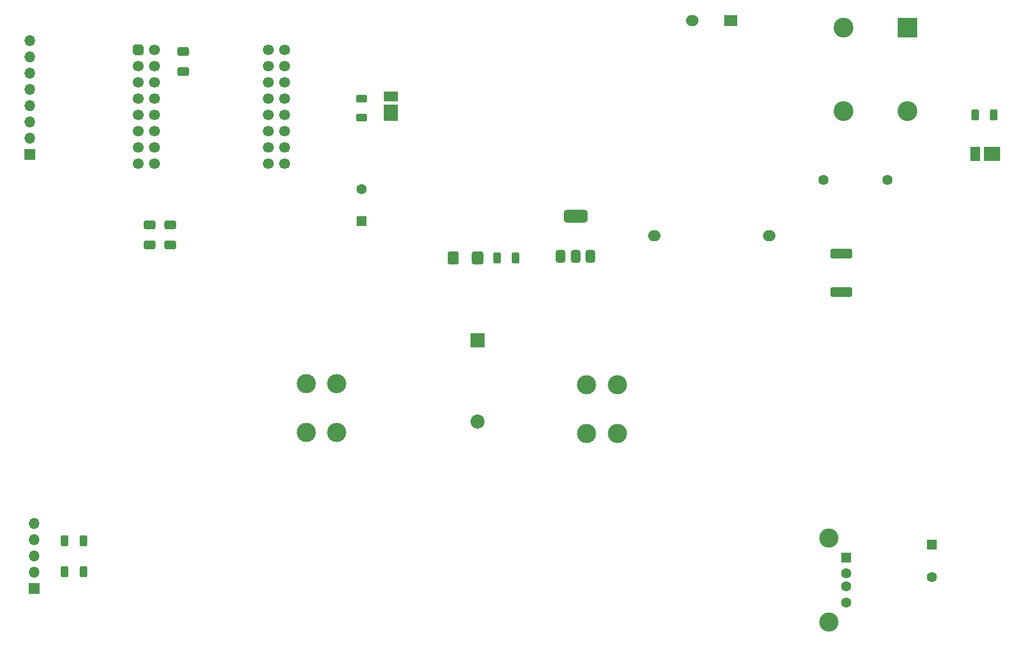
<source format=gts>
%TF.GenerationSoftware,KiCad,Pcbnew,9.0.4*%
%TF.CreationDate,2025-12-11T10:44:19+01:00*%
%TF.ProjectId,pvmeter,70766d65-7465-4722-9e6b-696361645f70,1.4*%
%TF.SameCoordinates,Original*%
%TF.FileFunction,Soldermask,Top*%
%TF.FilePolarity,Negative*%
%FSLAX46Y46*%
G04 Gerber Fmt 4.6, Leading zero omitted, Abs format (unit mm)*
G04 Created by KiCad (PCBNEW 9.0.4) date 2025-12-11 10:44:19*
%MOMM*%
%LPD*%
G01*
G04 APERTURE LIST*
G04 Aperture macros list*
%AMRoundRect*
0 Rectangle with rounded corners*
0 $1 Rounding radius*
0 $2 $3 $4 $5 $6 $7 $8 $9 X,Y pos of 4 corners*
0 Add a 4 corners polygon primitive as box body*
4,1,4,$2,$3,$4,$5,$6,$7,$8,$9,$2,$3,0*
0 Add four circle primitives for the rounded corners*
1,1,$1+$1,$2,$3*
1,1,$1+$1,$4,$5*
1,1,$1+$1,$6,$7*
1,1,$1+$1,$8,$9*
0 Add four rect primitives between the rounded corners*
20,1,$1+$1,$2,$3,$4,$5,0*
20,1,$1+$1,$4,$5,$6,$7,0*
20,1,$1+$1,$6,$7,$8,$9,0*
20,1,$1+$1,$8,$9,$2,$3,0*%
%AMFreePoly0*
4,1,19,-0.850000,0.510000,-0.510000,0.850000,0.255000,0.850000,0.408997,0.829726,0.552500,0.770285,0.675729,0.675729,0.770285,0.552500,0.829726,0.408997,0.850000,0.255000,0.850000,-0.510000,0.510000,-0.850000,-0.255000,-0.850000,-0.408997,-0.829726,-0.552500,-0.770285,-0.675729,-0.675729,-0.770285,-0.552500,-0.829726,-0.408997,-0.850000,-0.255000,-0.850000,0.510000,-0.850000,0.510000,
$1*%
G04 Aperture macros list end*
%ADD10R,1.600000X1.600000*%
%ADD11C,1.600000*%
%ADD12RoundRect,0.250000X0.625000X-0.312500X0.625000X0.312500X-0.625000X0.312500X-0.625000X-0.312500X0*%
%ADD13R,2.200000X2.500000*%
%ADD14R,2.200000X1.550000*%
%ADD15RoundRect,0.250000X-0.312500X-0.625000X0.312500X-0.625000X0.312500X0.625000X-0.312500X0.625000X0*%
%ADD16C,3.000000*%
%ADD17RoundRect,0.375000X0.375000X-0.625000X0.375000X0.625000X-0.375000X0.625000X-0.375000X-0.625000X0*%
%ADD18RoundRect,0.500000X1.400000X-0.500000X1.400000X0.500000X-1.400000X0.500000X-1.400000X-0.500000X0*%
%ADD19RoundRect,0.250000X-0.650000X0.412500X-0.650000X-0.412500X0.650000X-0.412500X0.650000X0.412500X0*%
%ADD20RoundRect,0.307018X-0.567982X-0.692982X0.567982X-0.692982X0.567982X0.692982X-0.567982X0.692982X0*%
%ADD21RoundRect,0.315790X-0.584210X-0.684210X0.584210X-0.684210X0.584210X0.684210X-0.584210X0.684210X0*%
%ADD22FreePoly0,0.000000*%
%ADD23C,1.700000*%
%ADD24R,1.700000X1.700000*%
%ADD25O,1.700000X1.700000*%
%ADD26RoundRect,0.250000X0.650000X-0.412500X0.650000X0.412500X-0.650000X0.412500X-0.650000X-0.412500X0*%
%ADD27O,2.000000X1.700000*%
%ADD28R,2.000000X1.700000*%
%ADD29R,2.200000X2.200000*%
%ADD30C,2.200000*%
%ADD31RoundRect,0.250000X0.312500X0.625000X-0.312500X0.625000X-0.312500X-0.625000X0.312500X-0.625000X0*%
%ADD32R,1.500000X1.600000*%
%ADD33RoundRect,0.249999X1.425001X-0.512501X1.425001X0.512501X-1.425001X0.512501X-1.425001X-0.512501X0*%
%ADD34R,2.500000X2.200000*%
%ADD35R,1.550000X2.200000*%
%ADD36C,3.100000*%
%ADD37R,3.100000X3.100000*%
G04 APERTURE END LIST*
D10*
X137900000Y-77930000D03*
D11*
X137900000Y-72930000D03*
X226920000Y-133510000D03*
D10*
X226920000Y-128510000D03*
D12*
X137900000Y-61725000D03*
X137900000Y-58800000D03*
D13*
X142400000Y-61017500D03*
D14*
X142400000Y-58442500D03*
D15*
X91487500Y-127900000D03*
X94412500Y-127900000D03*
D16*
X173041250Y-103470000D03*
X173041250Y-111090000D03*
D15*
X91487500Y-132700000D03*
X94412500Y-132700000D03*
D17*
X168975000Y-83462500D03*
X171275000Y-83462500D03*
X173575000Y-83462500D03*
D18*
X171275000Y-77162500D03*
D19*
X104800000Y-78527500D03*
X104800000Y-81652500D03*
D20*
X152157500Y-83700000D03*
D21*
X156007500Y-83700000D03*
D22*
X103010000Y-51200000D03*
D23*
X103010000Y-53740000D03*
X103010000Y-56280000D03*
X103010000Y-58820000D03*
X103010000Y-61360000D03*
X103010000Y-63900000D03*
X103010000Y-66440000D03*
X103010000Y-68980000D03*
X125870000Y-68980000D03*
X125870000Y-66440000D03*
X125870000Y-63900000D03*
X125870000Y-61360000D03*
X125870000Y-58820000D03*
X125870000Y-56280000D03*
X125870000Y-53740000D03*
X125870000Y-51200000D03*
X105550000Y-51200000D03*
X105550000Y-53740000D03*
X105550000Y-56280000D03*
X105550000Y-58820000D03*
X105550000Y-61360000D03*
X105550000Y-63900000D03*
X105550000Y-66440000D03*
X105550000Y-68980000D03*
X123330000Y-68980000D03*
X123330000Y-66440000D03*
X123330000Y-63900000D03*
X123330000Y-61360000D03*
X123330000Y-58820000D03*
X123330000Y-56280000D03*
X123330000Y-53740000D03*
X123330000Y-51200000D03*
D24*
X86750000Y-135300000D03*
D25*
X86750000Y-132760000D03*
X86750000Y-130220000D03*
X86750000Y-127680000D03*
X86750000Y-125140000D03*
D11*
X220010000Y-71500000D03*
X210010000Y-71500000D03*
D26*
X110040000Y-54542500D03*
X110040000Y-51417500D03*
D27*
X189550000Y-46600000D03*
D28*
X195550000Y-46600000D03*
D27*
X201550000Y-80200000D03*
X183550000Y-80200000D03*
D16*
X177785000Y-103490000D03*
X177785000Y-111110000D03*
D29*
X156000000Y-96512500D03*
D30*
X156000000Y-109262500D03*
D24*
X86050000Y-67510000D03*
D25*
X86050000Y-64970000D03*
X86050000Y-62430000D03*
X86050000Y-59890000D03*
X86050000Y-57350000D03*
X86050000Y-54810000D03*
X86050000Y-52270000D03*
X86050000Y-49730000D03*
D19*
X108000000Y-78527500D03*
X108000000Y-81652500D03*
D31*
X161915000Y-83670000D03*
X158990000Y-83670000D03*
D32*
X213560000Y-130493400D03*
D11*
X213560000Y-132993400D03*
X213560000Y-134993400D03*
X213560000Y-137493400D03*
D16*
X210850000Y-127423400D03*
X210850000Y-140563400D03*
D33*
X212780000Y-88987500D03*
X212780000Y-83012500D03*
D15*
X233675000Y-61300000D03*
X236600000Y-61300000D03*
D34*
X236300000Y-67400000D03*
D35*
X233725000Y-67400000D03*
D16*
X129240000Y-110960000D03*
X129240000Y-103340000D03*
D36*
X223100000Y-60700000D03*
X213100000Y-60700000D03*
D37*
X223100000Y-47700000D03*
D36*
X213100000Y-47700000D03*
D16*
X134010000Y-110960000D03*
X134010000Y-103340000D03*
M02*

</source>
